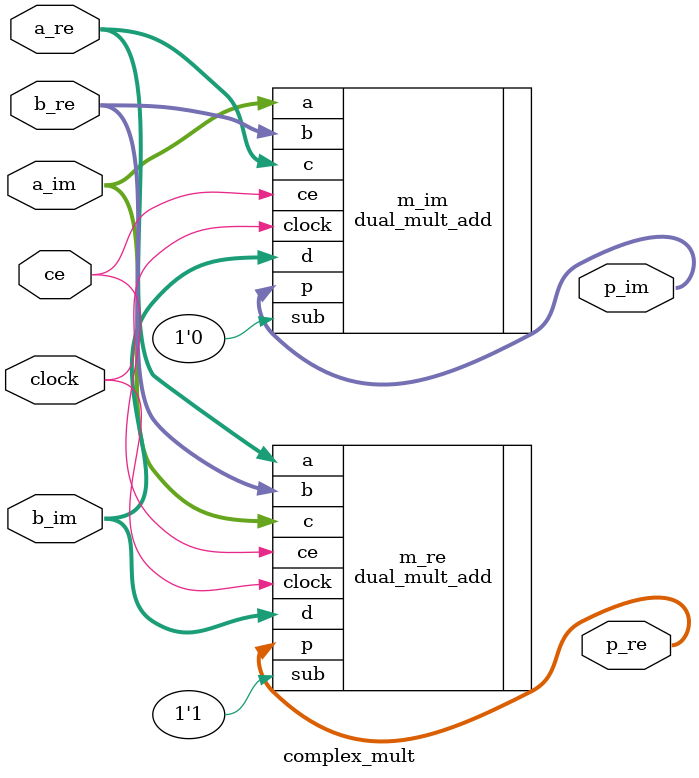
<source format=v>
/*
 * Copyright (C) 2015 Harmon Instruments, LLC
 *
 * This program is free software: you can redistribute it and/or modify
 * it under the terms of the GNU General Public License as published by
 * the Free Software Foundation, either version 3 of the License, or
 * (at your option) any later version.
 *
 * This program is distributed in the hope that it will be useful,
 * but WITHOUT ANY WARRANTY; without even the implied warranty of
 * MERCHANTABILITY or FITNESS FOR A PARTICULAR PURPOSE.  See the
 * GNU General Public License for more details.
 *
 * You should have received a copy of the GNU General Public License
 * along with this program.  If not, see <http://www.gnu.org/licenses/
 *
 */

`timescale 1ns / 1ps

// 4 cycle pipe
module complex_mult
  (
   input 		clock,
   input 		ce,
   input signed [24:0] 	a_re, a_im,
   input signed [17:0] 	b_re, b_im,
   output signed [47:0] p_re, p_im
   );

   dual_mult_add m_re
     (
     .clock(clock),
     .ce(ce),
     .sub(1'b1),
     .a(a_re),
     .b(b_re),
     .c(a_im),
     .d(b_im),
     .p(p_re)
     );

   dual_mult_add m_im
     (
     .clock(clock),
     .ce(ce),
     .sub(1'b0),
     .a(a_im),
     .b(b_re),
     .c(a_re),
     .d(b_im),
     .p(p_im)
     );

   initial
     begin
	$dumpfile("dump.vcd");
	$dumpvars(0);
     end

endmodule

</source>
